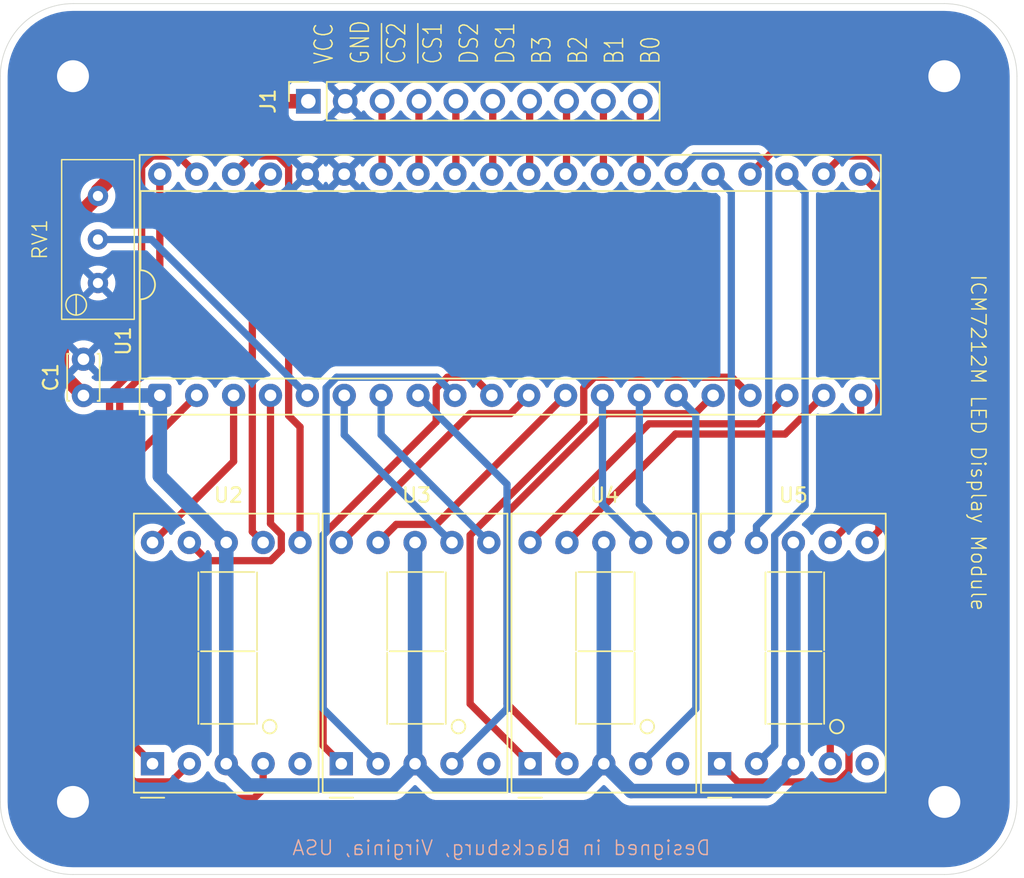
<source format=kicad_pcb>
(kicad_pcb (version 20241229) (generator "pcbnew") (generator_version "9.0")
  (layers (0 "F.Cu" signal) (2 "B.Cu" signal) (13 "F.Paste" user) (15 "B.Paste" user) (5 "F.SilkS" user "F.Silkscreen") (7 "B.SilkS" user "B.Silkscreen") (1 "F.Mask" user) (3 "B.Mask" user) (25 "Edge.Cuts" user))
  (net 0 "")
  (net 1 "VCC")
  (net 2 "GND")
  (net 3 "Net-(J1-Pin_3)")
  (net 4 "Net-(J1-Pin_6)")
  (net 5 "Net-(J1-Pin_8)")
  (net 6 "Net-(J1-Pin_7)")
  (net 7 "Net-(J1-Pin_4)")
  (net 8 "Net-(J1-Pin_9)")
  (net 9 "Net-(J1-Pin_5)")
  (net 10 "Net-(J1-Pin_10)")
  (net 11 "Net-(U1-BRT)")
  (net 12 "Net-(U1-C2)")
  (net 13 "Net-(U1-A2)")
  (net 14 "Net-(U1-D2)")
  (net 15 "Net-(U1-D1)")
  (net 16 "Net-(U1-F1)")
  (net 17 "Net-(U1-E2)")
  (net 18 "Net-(U1-C1)")
  (net 19 "Net-(U1-E3)")
  (net 20 "Net-(U1-A1)")
  (net 21 "Net-(U1-B4)")
  (net 22 "Net-(U1-F2)")
  (net 23 "Net-(U1-G2)")
  (net 24 "Net-(U1-G1)")
  (net 25 "Net-(U1-C3)")
  (net 26 "Net-(U1-E4)")
  (net 27 "Net-(U4-B)")
  (net 28 "Net-(U1-A4)")
  (net 29 "Net-(U1-G4)")
  (net 30 "Net-(U3-B)")
  (net 31 "Net-(U1-G3)")
  (net 32 "Net-(U1-D3)")
  (net 33 "Net-(U1-E1)")
  (net 34 "Net-(U1-D4)")
  (net 35 "Net-(U1-F4)")
  (net 36 "Net-(U1-F3)")
  (net 37 "Net-(U2-B)")
  (net 38 "Net-(U1-C4)")
  (net 39 "Net-(U1-A3)")
  (footprint "Display_7Segment:D1X8K" (layer "F.Cu") (at 136.475 102.1175 90)
    (property "Reference" "U4" (at 18.4975 5.13 180) (layer "F.SilkS"))
    (property "Value" "SM410561N" (hide yes))
    (fp_line (start 17.23 -1.28) (end -1.99 -1.28) (stroke (width 0.12)) (layer "F.SilkS"))
    (fp_line (start 17.23 -1.28) (end 17.23 11.44) (stroke (width 0.12)) (layer "F.SilkS"))
    (fp_line (start -1.99 -1.28) (end -1.99 11.44) (stroke (width 0.12)) (layer "F.SilkS"))
    (fp_line (start -2.34 -0.8) (end -2.34 0.81) (stroke (width 0.12)) (layer "F.SilkS"))
    (fp_line (start 13.1832 3.1594) (end 7.8238 3.1594) (stroke (width 0.12)) (layer "F.SilkS"))
    (fp_line (start 7.646 3.1594) (end 2.7438 3.1594) (stroke (width 0.12)) (layer "F.SilkS"))
    (fp_line (start 13.2086 3.3372) (end 13.2086 7.0202) (stroke (width 0.12)) (layer "F.SilkS"))
    (fp_line (start 7.7476 3.3372) (end 7.7476 7.0202) (stroke (width 0.12)) (layer "F.SilkS"))
    (fp_line (start 2.7438 3.3372) (end 2.7438 7.0202) (stroke (width 0.12)) (layer "F.SilkS"))
    (fp_line (start 13.1832 7.198) (end 7.8238 7.198) (stroke (width 0.12)) (layer "F.SilkS"))
    (fp_line (start 7.646 7.198) (end 2.7438 7.198) (stroke (width 0.12)) (layer "F.SilkS"))
    (fp_line (start 17.23 11.44) (end -1.99 11.44) (stroke (width 0.12)) (layer "F.SilkS"))
    (fp_circle (center 2.557533 8.07) (end 2.836933 7.689) (stroke (width 0.12)) (fill no) (layer "F.SilkS"))
    (pad "1" thru_hole rect (at 0 0) (size 1.6 1.6) (drill 0.8) (layers "*.Cu" "*.Mask") (net 19 "Net-(U1-E3)"))
    (pad "2" thru_hole circle (at 0 2.54) (size 1.6 1.6) (drill 0.8) (layers "*.Cu" "*.Mask") (net 32 "Net-(U1-D3)"))
    (pad "3" thru_hole circle (at 0 5.08) (size 1.6 1.6) (drill 0.8) (layers "*.Cu" "*.Mask") (net 1 "VCC"))
    (pad "4" thru_hole circle (at 0 7.62) (size 1.6 1.6) (drill 0.8) (layers "*.Cu" "*.Mask") (net 25 "Net-(U1-C3)"))
    (pad "5" thru_hole circle (at 0 10.16) (size 1.6 1.6) (drill 0.8) (layers "*.Cu" "*.Mask"))
    (pad "6" thru_hole circle (at 15.24 10.16) (size 1.6 1.6) (drill 0.8) (layers "*.Cu" "*.Mask") (net 27 "Net-(U4-B)"))
    (pad "7" thru_hole circle (at 15.24 7.62) (size 1.6 1.6) (drill 0.8) (layers "*.Cu" "*.Mask") (net 39 "Net-(U1-A3)"))
    (pad "8" thru_hole circle (at 15.24 5.08) (size 1.6 1.6) (drill 0.8) (layers "*.Cu" "*.Mask") (net 1 "VCC"))
    (pad "9" thru_hole circle (at 15.24 2.54) (size 1.6 1.6) (drill 0.8) (layers "*.Cu" "*.Mask") (net 36 "Net-(U1-F3)"))
    (pad "10" thru_hole circle (at 15.24 0) (size 1.6 1.6) (drill 0.8) (layers "*.Cu" "*.Mask") (net 31 "Net-(U1-G3)"))
  )
  (footprint "MountingHole:MountingHole_2.2mm_M2_DIN965_Pad" (layer "F.Cu") (at 165 104.75)
    (property "Reference" "H4" (hide yes))
    (property "Value" "MountingHole_Pad" (hide yes))
    (pad "1" thru_hole circle (at 0 0) (size 3.8 3.8) (drill 2.2) (layers "*.Cu" "*.Mask") (net 2 "GND"))
  )
  (footprint "Package_DIP:DIP-40_W15.24mm_Socket" (layer "F.Cu") (at 110.98 76.74 90)
    (property "Reference" "U1" (at 3.74 -2.51 90) (layer "F.SilkS"))
    (property "Value" "ICM7212M")
    (fp_line (start 14.08 -1.33) (end 8.62 -1.33) (stroke (width 0.12)) (layer "F.SilkS"))
    (fp_line (start 6.62 -1.33) (end 1.16 -1.33) (stroke (width 0.12)) (layer "F.SilkS"))
    (fp_line (start 1.16 -1.33) (end 1.16 49.59) (stroke (width 0.12)) (layer "F.SilkS"))
    (fp_line (start 14.08 49.59) (end 14.08 -1.33) (stroke (width 0.12)) (layer "F.SilkS"))
    (fp_line (start 1.16 49.59) (end 14.08 49.59) (stroke (width 0.12)) (layer "F.SilkS"))
    (fp_rect (start -1.33 -1.39) (end 16.57 49.65) (stroke (width 0.12)) (fill no) (layer "F.SilkS"))
    (fp_arc (start 8.62 -1.33) (mid 7.62 -0.33) (end 6.62 -1.33) (stroke (width 0.12)) (layer "F.SilkS"))
    (pad "1" thru_hole roundrect (at 0 0 90) (size 1.6 1.6) (drill 0.8) (layers "*.Cu" "*.Mask") (roundrect_rratio 0.15625) (net 1 "VCC"))
    (pad "2" thru_hole circle (at 0 2.54 90) (size 1.6 1.6) (drill 0.8) (layers "*.Cu" "*.Mask") (net 33 "Net-(U1-E1)"))
    (pad "3" thru_hole circle (at 0 5.08 90) (size 1.6 1.6) (drill 0.8) (layers "*.Cu" "*.Mask") (net 24 "Net-(U1-G1)"))
    (pad "4" thru_hole circle (at 0 7.62 90) (size 1.6 1.6) (drill 0.8) (layers "*.Cu" "*.Mask") (net 16 "Net-(U1-F1)"))
    (pad "5" thru_hole circle (at 0 10.16 90) (size 1.6 1.6) (drill 0.8) (layers "*.Cu" "*.Mask") (net 11 "Net-(U1-BRT)"))
    (pad "6" thru_hole circle (at 0 12.7 90) (size 1.6 1.6) (drill 0.8) (layers "*.Cu" "*.Mask") (net 13 "Net-(U1-A2)"))
    (pad "7" thru_hole circle (at 0 15.24 90) (size 1.6 1.6) (drill 0.8) (layers "*.Cu" "*.Mask") (net 30 "Net-(U3-B)"))
    (pad "8" thru_hole circle (at 0 17.78 90) (size 1.6 1.6) (drill 0.8) (layers "*.Cu" "*.Mask") (net 12 "Net-(U1-C2)"))
    (pad "9" thru_hole circle (at 0 20.32 90) (size 1.6 1.6) (drill 0.8) (layers "*.Cu" "*.Mask") (net 14 "Net-(U1-D2)"))
    (pad "10" thru_hole circle (at 0 22.86 90) (size 1.6 1.6) (drill 0.8) (layers "*.Cu" "*.Mask") (net 17 "Net-(U1-E2)"))
    (pad "11" thru_hole circle (at 0 25.4 90) (size 1.6 1.6) (drill 0.8) (layers "*.Cu" "*.Mask") (net 23 "Net-(U1-G2)"))
    (pad "12" thru_hole circle (at 0 27.94 90) (size 1.6 1.6) (drill 0.8) (layers "*.Cu" "*.Mask") (net 22 "Net-(U1-F2)"))
    (pad "13" thru_hole circle (at 0 30.48 90) (size 1.6 1.6) (drill 0.8) (layers "*.Cu" "*.Mask") (net 39 "Net-(U1-A3)"))
    (pad "14" thru_hole circle (at 0 33.02 90) (size 1.6 1.6) (drill 0.8) (layers "*.Cu" "*.Mask") (net 27 "Net-(U4-B)"))
    (pad "15" thru_hole circle (at 0 35.56 90) (size 1.6 1.6) (drill 0.8) (layers "*.Cu" "*.Mask") (net 25 "Net-(U1-C3)"))
    (pad "16" thru_hole circle (at 0 38.1 90) (size 1.6 1.6) (drill 0.8) (layers "*.Cu" "*.Mask") (net 32 "Net-(U1-D3)"))
    (pad "17" thru_hole circle (at 0 40.64 90) (size 1.6 1.6) (drill 0.8) (layers "*.Cu" "*.Mask") (net 19 "Net-(U1-E3)"))
    (pad "18" thru_hole circle (at 0 43.18 90) (size 1.6 1.6) (drill 0.8) (layers "*.Cu" "*.Mask") (net 31 "Net-(U1-G3)"))
    (pad "19" thru_hole circle (at 0 45.72 90) (size 1.6 1.6) (drill 0.8) (layers "*.Cu" "*.Mask") (net 36 "Net-(U1-F3)"))
    (pad "20" thru_hole circle (at 0 48.26 90) (size 1.6 1.6) (drill 0.8) (layers "*.Cu" "*.Mask") (net 28 "Net-(U1-A4)"))
    (pad "21" thru_hole circle (at 15.24 48.26 90) (size 1.6 1.6) (drill 0.8) (layers "*.Cu" "*.Mask") (net 21 "Net-(U1-B4)"))
    (pad "22" thru_hole circle (at 15.24 45.72 90) (size 1.6 1.6) (drill 0.8) (layers "*.Cu" "*.Mask") (net 38 "Net-(U1-C4)"))
    (pad "23" thru_hole circle (at 15.24 43.18 90) (size 1.6 1.6) (drill 0.8) (layers "*.Cu" "*.Mask") (net 34 "Net-(U1-D4)"))
    (pad "24" thru_hole circle (at 15.24 40.64 90) (size 1.6 1.6) (drill 0.8) (layers "*.Cu" "*.Mask") (net 26 "Net-(U1-E4)"))
    (pad "25" thru_hole circle (at 15.24 38.1 90) (size 1.6 1.6) (drill 0.8) (layers "*.Cu" "*.Mask") (net 29 "Net-(U1-G4)"))
    (pad "26" thru_hole circle (at 15.24 35.56 90) (size 1.6 1.6) (drill 0.8) (layers "*.Cu" "*.Mask") (net 35 "Net-(U1-F4)"))
    (pad "27" thru_hole circle (at 15.24 33.02 90) (size 1.6 1.6) (drill 0.8) (layers "*.Cu" "*.Mask") (net 10 "Net-(J1-Pin_10)"))
    (pad "28" thru_hole circle (at 15.24 30.48 90) (size 1.6 1.6) (drill 0.8) (layers "*.Cu" "*.Mask") (net 8 "Net-(J1-Pin_9)"))
    (pad "29" thru_hole circle (at 15.24 27.94 90) (size 1.6 1.6) (drill 0.8) (layers "*.Cu" "*.Mask") (net 5 "Net-(J1-Pin_8)"))
    (pad "30" thru_hole circle (at 15.24 25.4 90) (size 1.6 1.6) (drill 0.8) (layers "*.Cu" "*.Mask") (net 6 "Net-(J1-Pin_7)"))
    (pad "31" thru_hole circle (at 15.24 22.86 90) (size 1.6 1.6) (drill 0.8) (layers "*.Cu" "*.Mask") (net 4 "Net-(J1-Pin_6)"))
    (pad "32" thru_hole circle (at 15.24 20.32 90) (size 1.6 1.6) (drill 0.8) (layers "*.Cu" "*.Mask") (net 9 "Net-(J1-Pin_5)"))
    (pad "33" thru_hole circle (at 15.24 17.78 90) (size 1.6 1.6) (drill 0.8) (layers "*.Cu" "*.Mask") (net 7 "Net-(J1-Pin_4)"))
    (pad "34" thru_hole circle (at 15.24 15.24 90) (size 1.6 1.6) (drill 0.8) (layers "*.Cu" "*.Mask") (net 3 "Net-(J1-Pin_3)"))
    (pad "35" thru_hole circle (at 15.24 12.7 90) (size 1.6 1.6) (drill 0.8) (layers "*.Cu" "*.Mask") (net 2 "GND"))
    (pad "36" thru_hole circle (at 15.24 10.16 90) (size 1.6 1.6) (drill 0.8) (layers "*.Cu" "*.Mask") (net 2 "GND"))
    (pad "37" thru_hole circle (at 15.24 7.62 90) (size 1.6 1.6) (drill 0.8) (layers "*.Cu" "*.Mask") (net 20 "Net-(U1-A1)"))
    (pad "38" thru_hole circle (at 15.24 5.08 90) (size 1.6 1.6) (drill 0.8) (layers "*.Cu" "*.Mask") (net 37 "Net-(U2-B)"))
    (pad "39" thru_hole circle (at 15.24 2.54 90) (size 1.6 1.6) (drill 0.8) (layers "*.Cu" "*.Mask") (net 18 "Net-(U1-C1)"))
    (pad "40" thru_hole circle (at 15.24 0 90) (size 1.6 1.6) (drill 0.8) (layers "*.Cu" "*.Mask") (net 15 "Net-(U1-D1)"))
  )
  (footprint "MountingHole:MountingHole_2.2mm_M2_DIN965_Pad" (layer "F.Cu") (at 165 54.75)
    (property "Reference" "H2" (hide yes))
    (property "Value" "MountingHole_Pad" (hide yes))
    (pad "1" thru_hole circle (at 0 0) (size 3.8 3.8) (drill 2.2) (layers "*.Cu" "*.Mask") (net 2 "GND"))
  )
  (footprint "icm7212m-display:Bochen-3296-Trim-Pot" (layer "F.Cu") (at 106.72 66 180)
    (property "Reference" "RV1" (at 4 0 90) (layer "F.SilkS") (effects (font (thickness 0.1))))
    (property "Value" "5K" (hide yes))
    (fp_line (start 1.5 -5.207107) (end 1.5 -3.792893) (stroke (width 0.1)) (layer "F.SilkS"))
    (fp_rect (start -2.5 -5.5) (end 2.5 5.5) (stroke (width 0.1)) (fill no) (layer "F.SilkS"))
    (fp_circle (center 1.5 -4.5) (end 2 -4) (stroke (width 0.1)) (fill no) (layer "F.SilkS"))
    (pad "1" thru_hole circle (at 0 -3 180) (size 1.4 1.4) (drill 0.7) (layers "*.Cu" "*.Mask") (net 2 "GND"))
    (pad "2" thru_hole circle (at 0 0 180) (size 1.4 1.4) (drill 0.7) (layers "*.Cu" "*.Mask") (net 11 "Net-(U1-BRT)"))
    (pad "3" thru_hole circle (at 0 3 180) (size 1.4 1.4) (drill 0.7) (layers "*.Cu" "*.Mask") (net 1 "VCC"))
  )
  (footprint "Display_7Segment:D1X8K" (layer "F.Cu") (at 110.475 102.1175 90)
    (property "Reference" "U2" (at 18.4975 5.23 180) (layer "F.SilkS"))
    (property "Value" "SM410561N" (hide yes))
    (fp_line (start 17.23 -1.28) (end -1.99 -1.28) (stroke (width 0.12)) (layer "F.SilkS"))
    (fp_line (start 17.23 -1.28) (end 17.23 11.44) (stroke (width 0.12)) (layer "F.SilkS"))
    (fp_line (start -1.99 -1.28) (end -1.99 11.44) (stroke (width 0.12)) (layer "F.SilkS"))
    (fp_line (start -2.34 -0.8) (end -2.34 0.81) (stroke (width 0.12)) (layer "F.SilkS"))
    (fp_line (start 13.1832 3.1594) (end 7.8238 3.1594) (stroke (width 0.12)) (layer "F.SilkS"))
    (fp_line (start 7.646 3.1594) (end 2.7438 3.1594) (stroke (width 0.12)) (layer "F.SilkS"))
    (fp_line (start 13.2086 3.3372) (end 13.2086 7.0202) (stroke (width 0.12)) (layer "F.SilkS"))
    (fp_line (start 7.7476 3.3372) (end 7.7476 7.0202) (stroke (width 0.12)) (layer "F.SilkS"))
    (fp_line (start 2.7438 3.3372) (end 2.7438 7.0202) (stroke (width 0.12)) (layer "F.SilkS"))
    (fp_line (start 13.1832 7.198) (end 7.8238 7.198) (stroke (width 0.12)) (layer "F.SilkS"))
    (fp_line (start 7.646 7.198) (end 2.7438 7.198) (stroke (width 0.12)) (layer "F.SilkS"))
    (fp_line (start 17.23 11.44) (end -1.99 11.44) (stroke (width 0.12)) (layer "F.SilkS"))
    (fp_circle (center 2.557533 8.07) (end 2.836933 7.689) (stroke (width 0.12)) (fill no) (layer "F.SilkS"))
    (pad "1" thru_hole rect (at 0 0) (size 1.6 1.6) (drill 0.8) (layers "*.Cu" "*.Mask") (net 33 "Net-(U1-E1)"))
    (pad "2" thru_hole circle (at 0 2.54) (size 1.6 1.6) (drill 0.8) (layers "*.Cu" "*.Mask") (net 15 "Net-(U1-D1)"))
    (pad "3" thru_hole circle (at 0 5.08) (size 1.6 1.6) (drill 0.8) (layers "*.Cu" "*.Mask") (net 1 "VCC"))
    (pad "4" thru_hole circle (at 0 7.62) (size 1.6 1.6) (drill 0.8) (layers "*.Cu" "*.Mask") (net 18 "Net-(U1-C1)"))
    (pad "5" thru_hole circle (at 0 10.16) (size 1.6 1.6) (drill 0.8) (layers "*.Cu" "*.Mask"))
    (pad "6" thru_hole circle (at 15.24 10.16) (size 1.6 1.6) (drill 0.8) (layers "*.Cu" "*.Mask") (net 37 "Net-(U2-B)"))
    (pad "7" thru_hole circle (at 15.24 7.62) (size 1.6 1.6) (drill 0.8) (layers "*.Cu" "*.Mask") (net 20 "Net-(U1-A1)"))
    (pad "8" thru_hole circle (at 15.24 5.08) (size 1.6 1.6) (drill 0.8) (layers "*.Cu" "*.Mask") (net 1 "VCC"))
    (pad "9" thru_hole circle (at 15.24 2.54) (size 1.6 1.6) (drill 0.8) (layers "*.Cu" "*.Mask") (net 16 "Net-(U1-F1)"))
    (pad "10" thru_hole circle (at 15.24 0) (size 1.6 1.6) (drill 0.8) (layers "*.Cu" "*.Mask") (net 24 "Net-(U1-G1)"))
  )
  (footprint "Connector_PinSocket_2.54mm:PinSocket_1x10_P2.54mm_Vertical" (layer "F.Cu") (at 121.205 56.475 90)
    (property "Reference" "J1" (at 0 -2.77 90) (layer "F.SilkS"))
    (property "Value" "Conn_01x10_Socket" (hide yes))
    (fp_line (start 1.33 -1.33) (end 1.33 0) (stroke (width 0.12)) (layer "F.SilkS"))
    (fp_line (start 0 -1.33) (end 1.33 -1.33) (stroke (width 0.12)) (layer "F.SilkS"))
    (fp_line (start 1.33 1.27) (end 1.33 24.19) (stroke (width 0.12)) (layer "F.SilkS"))
    (fp_line (start -1.33 1.27) (end 1.33 1.27) (stroke (width 0.12)) (layer "F.SilkS"))
    (fp_line (start -1.33 1.27) (end -1.33 24.19) (stroke (width 0.12)) (layer "F.SilkS"))
    (fp_line (start -1.33 24.19) (end 1.33 24.19) (stroke (width 0.12)) (layer "F.SilkS"))
    (pad "1" thru_hole rect (at 0 0 90) (size 1.7 1.7) (drill 1) (layers "*.Cu" "*.Mask") (net 1 "VCC"))
    (pad "2" thru_hole circle (at 0 2.54 90) (size 1.7 1.7) (drill 1) (layers "*.Cu" "*.Mask") (net 2 "GND"))
    (pad "3" thru_hole circle (at 0 5.08 90) (size 1.7 1.7) (drill 1) (layers "*.Cu" "*.Mask") (net 3 "Net-(J1-Pin_3)"))
    (pad "4" thru_hole circle (at 0 7.62 90) (size 1.7 1.7) (drill 1) (layers "*.Cu" "*.Mask") (net 7 "Net-(J1-Pin_4)"))
    (pad "5" thru_hole circle (at 0 10.16 90) (size 1.7 1.7) (drill 1) (layers "*.Cu" "*.Mask") (net 9 "Net-(J1-Pin_5)"))
    (pad "6" thru_hole circle (at 0 12.7 90) (size 1.7 1.7) (drill 1) (layers "*.Cu" "*.Mask") (net 4 "Net-(J1-Pin_6)"))
    (pad "7" thru_hole circle (at 0 15.24 90) (size 1.7 1.7) (drill 1) (layers "*.Cu" "*.Mask") (net 6 "Net-(J1-Pin_7)"))
    (pad "8" thru_hole circle (at 0 17.78 90) (size 1.7 1.7) (drill 1) (layers "*.Cu" "*.Mask") (net 5 "Net-(J1-Pin_8)"))
    (pad "9" thru_hole circle (at 0 20.32 90) (size 1.7 1.7) (drill 1) (layers "*.Cu" "*.Mask") (net 8 "Net-(J1-Pin_9)"))
    (pad "10" thru_hole circle (at 0 22.86 90) (size 1.7 1.7) (drill 1) (layers "*.Cu" "*.Mask") (net 10 "Net-(J1-Pin_10)"))
  )
  (footprint "MountingHole:MountingHole_2.2mm_M2_DIN965_Pad" (layer "F.Cu") (at 105 54.75)
    (property "Reference" "H1" (hide yes))
    (property "Value" "MountingHole_Pad" (hide yes))
    (pad "1" thru_hole circle (at 0 0) (size 3.8 3.8) (drill 2.2) (layers "*.Cu" "*.Mask") (net 2 "GND"))
  )
  (footprint "Capacitor_THT:C_Disc_D3.0mm_W2.0mm_P2.50mm" (layer "F.Cu") (at 105.72 76.75 90)
    (property "Reference" "C1" (at 1.25 -2.25 90) (layer "F.SilkS"))
    (property "Value" "100 uF" (hide yes))
    (fp_line (start 2.87 -1.12) (end 2.87 -0.972) (stroke (width 0.12)) (layer "F.SilkS"))
    (fp_line (start -0.37 -1.12) (end 2.87 -1.12) (stroke (width 0.12)) (layer "F.SilkS"))
    (fp_line (start -0.37 -1.12) (end -0.37 -0.972) (stroke (width 0.12)) (layer "F.SilkS"))
    (fp_line (start 2.87 0.972) (end 2.87 1.12) (stroke (width 0.12)) (layer "F.SilkS"))
    (fp_line (start -0.37 0.972) (end -0.37 1.12) (stroke (width 0.12)) (layer "F.SilkS"))
    (fp_line (start -0.37 1.12) (end 2.87 1.12) (stroke (width 0.12)) (layer "F.SilkS"))
    (pad "1" thru_hole circle (at 0 0 90) (size 1.6 1.6) (drill 0.8) (layers "*.Cu" "*.Mask") (net 1 "VCC"))
    (pad "2" thru_hole circle (at 2.5 0 90) (size 1.6 1.6) (drill 0.8) (layers "*.Cu" "*.Mask") (net 2 "GND"))
  )
  (footprint "Display_7Segment:D1X8K" (layer "F.Cu") (at 149.525 102.1175 90)
    (property "Reference" "U5" (at 18.4975 5.08 180) (layer "F.SilkS"))
    (property "Value" "SM410561N" (hide yes))
    (fp_line (start 17.23 -1.28) (end -1.99 -1.28) (stroke (width 0.12)) (layer "F.SilkS"))
    (fp_line (start 17.23 -1.28) (end 17.23 11.44) (stroke (width 0.12)) (layer "F.SilkS"))
    (fp_line (start -1.99 -1.28) (end -1.99 11.44) (stroke (width 0.12)) (layer "F.SilkS"))
    (fp_line (start -2.34 -0.8) (end -2.34 0.81) (stroke (width 0.12)) (layer "F.SilkS"))
    (fp_line (start 13.1832 3.1594) (end 7.8238 3.1594) (stroke (width 0.12)) (layer "F.SilkS"))
    (fp_line (start 7.646 3.1594) (end 2.7438 3.1594) (stroke (width 0.12)) (layer "F.SilkS"))
    (fp_line (start 13.2086 3.3372) (end 13.2086 7.0202) (stroke (width 0.12)) (layer "F.SilkS"))
    (fp_line (start 7.7476 3.3372) (end 7.7476 7.0202) (stroke (width 0.12)) (layer "F.SilkS"))
    (fp_line (start 2.7438 3.3372) (end 2.7438 7.0202) (stroke (width 0.12)) (layer "F.SilkS"))
    (fp_line (start 13.1832 7.198) (end 7.8238 7.198) (stroke (width 0.12)) (layer "F.SilkS"))
    (fp_line (start 7.646 7.198) (end 2.7438 7.198) (stroke (width 0.12)) (layer "F.SilkS"))
    (fp_line (start 17.23 11.44) (end -1.99 11.44) (stroke (width 0.12)) (layer "F.SilkS"))
    (fp_circle (center 2.557533 8.07) (end 2.836933 7.689) (stroke (width 0.12)) (fill no) (layer "F.SilkS"))
    (pad "1" thru_hole rect (at 0 0) (size 1.6 1.6) (drill 0.8) (layers "*.Cu" "*.Mask") (net 26 "Net-(U1-E4)"))
    (pad "2" thru_hole circle (at 0 2.54) (size 1.6 1.6) (drill 0.8) (layers "*.Cu" "*.Mask") (net 34 "Net-(U1-D4)"))
    (pad "3" thru_hole circle (at 0 5.08) (size 1.6 1.6) (drill 0.8) (layers "*.Cu" "*.Mask") (net 1 "VCC"))
    (pad "4" thru_hole circle (at 0 7.62) (size 1.6 1.6) (drill 0.8) (layers "*.Cu" "*.Mask") (net 38 "Net-(U1-C4)"))
    (pad "5" thru_hole circle (at 0 10.16) (size 1.6 1.6) (drill 0.8) (layers "*.Cu" "*.Mask"))
    (pad "6" thru_hole circle (at 15.24 10.16) (size 1.6 1.6) (drill 0.8) (layers "*.Cu" "*.Mask") (net 21 "Net-(U1-B4)"))
    (pad "7" thru_hole circle (at 15.24 7.62) (size 1.6 1.6) (drill 0.8) (layers "*.Cu" "*.Mask") (net 28 "Net-(U1-A4)"))
    (pad "8" thru_hole circle (at 15.24 5.08) (size 1.6 1.6) (drill 0.8) (layers "*.Cu" "*.Mask") (net 1 "VCC"))
    (pad "9" thru_hole circle (at 15.24 2.54) (size 1.6 1.6) (drill 0.8) (layers "*.Cu" "*.Mask") (net 35 "Net-(U1-F4)"))
    (pad "10" thru_hole circle (at 15.24 0) (size 1.6 1.6) (drill 0.8) (layers "*.Cu" "*.Mask") (net 29 "Net-(U1-G4)"))
  )
  (footprint "MountingHole:MountingHole_2.2mm_M2_DIN965_Pad" (layer "F.Cu") (at 105 104.75)
    (property "Reference" "H3" (hide yes))
    (property "Value" "MountingHole_Pad" (hide yes))
    (pad "1" thru_hole circle (at 0 0) (size 3.8 3.8) (drill 2.2) (layers "*.Cu" "*.Mask") (net 2 "GND"))
  )
  (footprint "Display_7Segment:D1X8K" (layer "F.Cu") (at 123.475 102.1175 90)
    (property "Reference" "U3" (at 18.4975 5.18 180) (layer "F.SilkS"))
    (property "Value" "SM410561N" (hide yes))
    (fp_line (start 17.23 -1.28) (end -1.99 -1.28) (stroke (width 0.12)) (layer "F.SilkS"))
    (fp_line (start 17.23 -1.28) (end 17.23 11.44) (stroke (width 0.12)) (layer "F.SilkS"))
    (fp_line (start -1.99 -1.28) (end -1.99 11.44) (stroke (width 0.12)) (layer "F.SilkS"))
    (fp_line (start -2.34 -0.8) (end -2.34 0.81) (stroke (width 0.12)) (layer "F.SilkS"))
    (fp_line (start 13.1832 3.1594) (end 7.8238 3.1594) (stroke (width 0.12)) (layer "F.SilkS"))
    (fp_line (start 7.646 3.1594) (end 2.7438 3.1594) (stroke (width 0.12)) (layer "F.SilkS"))
    (fp_line (start 13.2086 3.3372) (end 13.2086 7.0202) (stroke (width 0.12)) (layer "F.SilkS"))
    (fp_line (start 7.7476 3.3372) (end 7.7476 7.0202) (stroke (width 0.12)) (layer "F.SilkS"))
    (fp_line (start 2.7438 3.3372) (end 2.7438 7.0202) (stroke (width 0.12)) (layer "F.SilkS"))
    (fp_line (start 13.1832 7.198) (end 7.8238 7.198) (stroke (width 0.12)) (layer "F.SilkS"))
    (fp_line (start 7.646 7.198) (end 2.7438 7.198) (stroke (width 0.12)) (layer "F.SilkS"))
    (fp_line (start 17.23 11.44) (end -1.99 11.44) (stroke (width 0.12)) (layer "F.SilkS"))
    (fp_circle (center 2.557533 8.07) (end 2.836933 7.689) (stroke (width 0.12)) (fill no) (layer "F.SilkS"))
    (pad "1" thru_hole rect (at 0 0) (size 1.6 1.6) (drill 0.8) (layers "*.Cu" "*.Mask") (net 17 "Net-(U1-E2)"))
    (pad "2" thru_hole circle (at 0 2.54) (size 1.6 1.6) (drill 0.8) (layers "*.Cu" "*.Mask") (net 14 "Net-(U1-D2)"))
    (pad "3" thru_hole circle (at 0 5.08) (size 1.6 1.6) (drill 0.8) (layers "*.Cu" "*.Mask") (net 1 "VCC"))
    (pad "4" thru_hole circle (at 0 7.62) (size 1.6 1.6) (drill 0.8) (layers "*.Cu" "*.Mask") (net 12 "Net-(U1-C2)"))
    (pad "5" thru_hole circle (at 0 10.16) (size 1.6 1.6) (drill 0.8) (layers "*.Cu" "*.Mask"))
    (pad "6" thru_hole circle (at 15.24 10.16) (size 1.6 1.6) (drill 0.8) (layers "*.Cu" "*.Mask") (net 30 "Net-(U3-B)"))
    (pad "7" thru_hole circle (at 15.24 7.62) (size 1.6 1.6) (drill 0.8) (layers "*.Cu" "*.Mask") (net 13 "Net-(U1-A2)"))
    (pad "8" thru_hole circle (at 15.24 5.08) (size 1.6 1.6) (drill 0.8) (layers "*.Cu" "*.Mask") (net 1 "VCC"))
    (pad "9" thru_hole circle (at 15.24 2.54) (size 1.6 1.6) (drill 0.8) (layers "*.Cu" "*.Mask") (net 22 "Net-(U1-F2)"))
    (pad "10" thru_hole circle (at 15.24 0) (size 1.6 1.6) (drill 0.8) (layers "*.Cu" "*.Mask") (net 23 "Net-(U1-G2)"))
  )
  (gr_arc (start 165 49.75) (mid 168.535534 51.214466) (end 170 54.75) (stroke (width 0.05)) (layer "Edge.Cuts"))
  (gr_arc (start 170 104.75) (mid 168.535534 108.285534) (end 165 109.75) (stroke (width 0.05)) (layer "Edge.Cuts"))
  (gr_line (start 165 109.75) (end 105 109.75) (stroke (width 0.05)) (layer "Edge.Cuts"))
  (gr_line (start 105 49.75) (end 165 49.75) (stroke (width 0.05)) (layer "Edge.Cuts"))
  (gr_arc (start 105 109.75) (mid 101.464466 108.285534) (end 100 104.75) (stroke (width 0.05)) (layer "Edge.Cuts"))
  (gr_line (start 100 54.75) (end 100 104.75) (stroke (width 0.05)) (layer "Edge.Cuts"))
  (gr_arc (start 100 54.75) (mid 101.464466 51.214466) (end 105 49.75) (stroke (width 0.05)) (layer "Edge.Cuts"))
  (gr_line (start 170 54.75) (end 170 104.75) (stroke (width 0.05)) (layer "Edge.Cuts"))
  (gr_text "B3" (at 138 54 90) (layer "F.SilkS") (effects (font (size 1.25 1) (thickness 0.1)) (justify left bottom)))
  (gr_text "~{CS2}" (at 128 54 90) (layer "F.SilkS") (effects (font (size 1.25 1) (thickness 0.1)) (justify left bottom)))
  (gr_text "DS1" (at 135.5 54 90) (layer "F.SilkS") (effects (font (size 1.25 1) (thickness 0.1)) (justify left bottom)))
  (gr_text "B0" (at 145.5 54 90) (layer "F.SilkS") (effects (font (size 1.25 1) (thickness 0.1)) (justify left bottom)))
  (gr_text "GND" (at 125.5 54 90) (layer "F.SilkS") (effects (font (size 1.25 1) (thickness 0.1)) (justify left bottom)))
  (gr_text "ICM7212M LED Display Module" (at 166.75 80 270) (layer "F.SilkS") (effects (font (size 1 1) (thickness 0.1)) (justify bottom)))
  (gr_text "DS2" (at 133 54 90) (layer "F.SilkS") (effects (font (size 1.25 1) (thickness 0.1)) (justify left bottom)))
  (gr_text "B1" (at 143 54 90) (layer "F.SilkS") (effects (font (size 1.25 1) (thickness 0.1)) (justify left bottom)))
  (gr_text "VCC" (at 123 54 90) (layer "F.SilkS") (effects (font (size 1.25 1) (thickness 0.1)) (justify left bottom)))
  (gr_text "B2" (at 140.5 54 90) (layer "F.SilkS") (effects (font (size 1.25 1) (thickness 0.1)) (justify left bottom)))
  (gr_text "~{CS1}" (at 130.5 54 90) (layer "F.SilkS") (effects (font (size 1.25 1) (thickness 0.1)) (justify left bottom)))
  (gr_text "Designed in Blacksburg, Virginia, USA" (at 134.5 108.5 0) (layer "B.SilkS") (effects (font (size 1 1) (thickness 0.1)) (justify bottom mirror)))
  (segment (start 104.219 75.249) (end 105.72 76.75) (width 1) (layer "F.Cu") (net 1))
  (segment (start 106.72 62.645901) (end 106.72 63) (width 1) (layer "F.Cu") (net 1))
  (segment (start 112.890901 56.475) (end 106.72 62.645901) (width 1) (layer "F.Cu") (net 1))
  (segment (start 104.219 65.501) (end 104.219 75.249) (width 1) (layer "F.Cu") (net 1))
  (segment (start 121.205 56.475) (end 112.890901 56.475) (width 1) (layer "F.Cu") (net 1))
  (segment (start 106.72 63) (end 104.219 65.501) (width 1) (layer "F.Cu") (net 1))
  (segment (start 127.94625 102.72625) (end 127.054 103.6185) (width 1) (layer "B.Cu") (net 1))
  (segment (start 110.97 76.75) (end 110.98 76.74) (width 1) (layer "B.Cu") (net 1))
  (segment (start 110.98 76.74) (end 110.98 82.3025) (width 1) (layer "B.Cu") (net 1))
  (segment (start 154.605 102.1175) (end 154.605 86.8775) (width 1) (layer "B.Cu") (net 1))
  (segment (start 152.7225 104) (end 143.4375 104) (width 1) (layer "B.Cu") (net 1))
  (segment (start 110.98 82.3025) (end 115.555 86.8775) (width 1) (layer "B.Cu") (net 1))
  (segment (start 141.555 102.1175) (end 141.555 86.8775) (width 1) (layer "B.Cu") (net 1))
  (segment (start 141.555 102.1175) (end 140.054 103.6185) (width 1) (layer "B.Cu") (net 1))
  (segment (start 117.056 103.6185) (end 115.555 102.1175) (width 1) (layer "B.Cu") (net 1))
  (segment (start 128.555 102.1175) (end 128.555 86.8775) (width 1) (layer "B.Cu") (net 1))
  (segment (start 105.72 76.75) (end 110.97 76.75) (width 1) (layer "B.Cu") (net 1))
  (segment (start 127.94625 102.72625) (end 128.555 102.1175) (width 1) (layer "B.Cu") (net 1))
  (segment (start 127.054 103.6185) (end 117.056 103.6185) (width 1) (layer "B.Cu") (net 1))
  (segment (start 154.605 102.1175) (end 152.7225 104) (width 1) (layer "B.Cu") (net 1))
  (segment (start 115.555 102.1175) (end 115.555 86.8775) (width 1) (layer "B.Cu") (net 1))
  (segment (start 140.054 103.6185) (end 130.056 103.6185) (width 1) (layer "B.Cu") (net 1))
  (segment (start 130.056 103.6185) (end 128.555 102.1175) (width 1) (layer "B.Cu") (net 1))
  (segment (start 143.4375 104) (end 141.555 102.1175) (width 1) (layer "B.Cu") (net 1))
  (segment (start 126.285 61.435) (end 126.22 61.5) (width 0.5) (layer "F.Cu") (net 3))
  (segment (start 126.285 56.475) (end 126.285 61.435) (width 0.5) (layer "F.Cu") (net 3))
  (segment (start 133.905 61.435) (end 133.84 61.5) (width 0.5) (layer "F.Cu") (net 4))
  (segment (start 133.905 56.475) (end 133.905 61.435) (width 0.5) (layer "F.Cu") (net 4))
  (segment (start 138.985 61.435) (end 138.92 61.5) (width 0.5) (layer "F.Cu") (net 5))
  (segment (start 138.985 56.475) (end 138.985 61.435) (width 0.5) (layer "F.Cu") (net 5))
  (segment (start 136.445 61.435) (end 136.38 61.5) (width 0.5) (layer "F.Cu") (net 6))
  (segment (start 136.445 56.475) (end 136.445 61.435) (width 0.5) (layer "F.Cu") (net 6))
  (segment (start 128.825 56.475) (end 128.825 61.435) (width 0.5) (layer "F.Cu") (net 7))
  (segment (start 128.825 61.435) (end 128.76 61.5) (width 0.5) (layer "F.Cu") (net 7))
  (segment (start 141.525 61.435) (end 141.46 61.5) (width 0.5) (layer "F.Cu") (net 8))
  (segment (start 141.525 56.475) (end 141.525 61.435) (width 0.5) (layer "F.Cu") (net 8))
  (segment (start 131.365 61.435) (end 131.3 61.5) (width 0.5) (layer "F.Cu") (net 9))
  (segment (start 131.365 56.475) (end 131.365 61.435) (width 0.5) (layer "F.Cu") (net 9))
  (segment (start 144.065 61.435) (end 144 61.5) (width 0.5) (layer "F.Cu") (net 10))
  (segment (start 144.065 56.475) (end 144.065 61.435) (width 0.5) (layer "F.Cu") (net 10))
  (segment (start 110.4 66) (end 121.14 76.74) (width 0.5) (layer "B.Cu") (net 11))
  (segment (start 106.72 66) (end 110.4 66) (width 0.5) (layer "B.Cu") (net 11))
  (segment (start 134.886 98.3265) (end 131.095 102.1175) (width 0.5) (layer "B.Cu") (net 12))
  (segment (start 128.76 76.74) (end 134.886 82.866) (width 0.5) (layer "B.Cu") (net 12))
  (segment (start 134.886 82.866) (end 134.886 98.3265) (width 0.5) (layer "B.Cu") (net 12))
  (segment (start 123.68 79.4625) (end 131.095 86.8775) (width 0.5) (layer "B.Cu") (net 13))
  (segment (start 123.68 76.74) (end 123.68 79.4625) (width 0.5) (layer "B.Cu") (net 13))
  (segment (start 123.161818 75.489) (end 122.429 76.221818) (width 0.5) (layer "B.Cu") (net 14))
  (segment (start 130.049 75.489) (end 123.161818 75.489) (width 0.5) (layer "B.Cu") (net 14))
  (segment (start 131.3 76.74) (end 130.049 75.489) (width 0.5) (layer "B.Cu") (net 14))
  (segment (start 122.429 86.154318) (end 122.22 86.363318) (width 0.5) (layer "B.Cu") (net 14))
  (segment (start 122.22 86.363318) (end 122.22 98.3225) (width 0.5) (layer "B.Cu") (net 14))
  (segment (start 122.429 76.221818) (end 122.429 86.154318) (width 0.5) (layer "B.Cu") (net 14))
  (segment (start 122.22 98.3225) (end 126.015 102.1175) (width 0.5) (layer "B.Cu") (net 14))
  (segment (start 108.22 102.3645) (end 109.224 103.3685) (width 0.5) (layer "F.Cu") (net 15))
  (segment (start 110.98 74.162) (end 108.22 76.922) (width 0.5) (layer "F.Cu") (net 15))
  (segment (start 110.98 61.5) (end 110.98 74.162) (width 0.5) (layer "F.Cu") (net 15))
  (segment (start 111.764 103.3685) (end 113.015 102.1175) (width 0.5) (layer "F.Cu") (net 15))
  (segment (start 109.224 103.3685) (end 111.764 103.3685) (width 0.5) (layer "F.Cu") (net 15))
  (segment (start 108.22 76.922) (end 108.22 102.3645) (width 0.5) (layer "F.Cu") (net 15))
  (segment (start 114.266 88.1285) (end 113.015 86.8775) (width 0.5) (layer "F.Cu") (net 16))
  (segment (start 119.346 86.321318) (end 119.346 87.395682) (width 0.5) (layer "F.Cu") (net 16))
  (segment (start 119.346 87.395682) (end 118.613182 88.1285) (width 0.5) (layer "F.Cu") (net 16))
  (segment (start 118.6 85.575318) (end 119.346 86.321318) (width 0.5) (layer "F.Cu") (net 16))
  (segment (start 118.613182 88.1285) (end 114.266 88.1285) (width 0.5) (layer "F.Cu") (net 16))
  (segment (start 118.6 76.74) (end 118.6 85.575318) (width 0.5) (layer "F.Cu") (net 16))
  (segment (start 122.224 100.8665) (end 123.475 102.1175) (width 0.5) (layer "F.Cu") (net 17))
  (segment (start 130.781818 75.489) (end 130.011 76.259818) (width 0.5) (layer "F.Cu") (net 17))
  (segment (start 130.011 78.572318) (end 122.224 86.359318) (width 0.5) (layer "F.Cu") (net 17))
  (segment (start 130.011 76.259818) (end 130.011 78.572318) (width 0.5) (layer "F.Cu") (net 17))
  (segment (start 122.224 86.359318) (end 122.224 100.8665) (width 0.5) (layer "F.Cu") (net 17))
  (segment (start 133.84 76.74) (end 132.589 75.489) (width 0.5) (layer "F.Cu") (net 17))
  (segment (start 132.589 75.489) (end 130.781818 75.489) (width 0.5) (layer "F.Cu") (net 17))
  (segment (start 112.269 60.249) (end 110.461818 60.249) (width 0.5) (layer "F.Cu") (net 18))
  (segment (start 109.729 60.981818) (end 109.729 74.421636) (width 0.5) (layer "F.Cu") (net 18))
  (segment (start 107.519 102.799) (end 109.22 104.5) (width 0.5) (layer "F.Cu") (net 18))
  (segment (start 113.52 61.5) (end 112.269 60.249) (width 0.5) (layer "F.Cu") (net 18))
  (segment (start 109.729 74.421636) (end 107.519 76.631636) (width 0.5) (layer "F.Cu") (net 18))
  (segment (start 118.095 103.875) (end 118.095 102.1175) (width 0.5) (layer "F.Cu") (net 18))
  (segment (start 117.47 104.5) (end 118.095 103.875) (width 0.5) (layer "F.Cu") (net 18))
  (segment (start 107.519 76.631636) (end 107.519 102.799) (width 0.5) (layer "F.Cu") (net 18))
  (segment (start 110.461818 60.249) (end 109.729 60.981818) (width 0.5) (layer "F.Cu") (net 18))
  (segment (start 109.22 104.5) (end 117.47 104.5) (width 0.5) (layer "F.Cu") (net 18))
  (segment (start 140.171 78.549) (end 132.346 86.374) (width 0.5) (layer "F.Cu") (net 19))
  (segment (start 140.903818 75.489) (end 140.171 76.221818) (width 0.5) (layer "F.Cu") (net 19))
  (segment (start 150.369 75.489) (end 140.903818 75.489) (width 0.5) (layer "F.Cu") (net 19))
  (segment (start 132.346 97.9885) (end 136.475 102.1175) (width 0.5) (layer "F.Cu") (net 19))
  (segment (start 140.171 76.221818) (end 140.171 78.549) (width 0.5) (layer "F.Cu") (net 19))
  (segment (start 151.62 76.74) (end 150.369 75.489) (width 0.5) (layer "F.Cu") (net 19))
  (segment (start 132.346 86.374) (end 132.346 97.9885) (width 0.5) (layer "F.Cu") (net 19))
  (segment (start 117.349 62.751) (end 117.349 86.1315) (width 0.5) (layer "F.Cu") (net 20))
  (segment (start 118.6 61.5) (end 117.349 62.751) (width 0.5) (layer "F.Cu") (net 20))
  (segment (start 117.349 86.1315) (end 118.095 86.8775) (width 0.5) (layer "F.Cu") (net 20))
  (segment (start 160.491 86.0715) (end 159.685 86.8775) (width 0.5) (layer "F.Cu") (net 21))
  (segment (start 160.491 62.751) (end 160.491 86.0715) (width 0.5) (layer "F.Cu") (net 21))
  (segment (start 159.24 61.5) (end 160.491 62.751) (width 0.5) (layer "F.Cu") (net 21))
  (segment (start 138.92 76.74) (end 130.0335 85.6265) (width 0.5) (layer "F.Cu") (net 22))
  (segment (start 130.0335 85.6265) (end 127.266 85.6265) (width 0.5) (layer "F.Cu") (net 22))
  (segment (start 127.266 85.6265) (end 126.015 86.8775) (width 0.5) (layer "F.Cu") (net 22))
  (segment (start 135.12 78) (end 132.3525 78) (width 0.5) (layer "F.Cu") (net 23))
  (segment (start 132.3525 78) (end 123.475 86.8775) (width 0.5) (layer "F.Cu") (net 23))
  (segment (start 136.38 76.74) (end 135.12 78) (width 0.5) (layer "F.Cu") (net 23))
  (segment (start 116.06 76.74) (end 116.06 81.2925) (width 0.5) (layer "F.Cu") (net 24))
  (segment (start 116.06 81.2925) (end 110.475 86.8775) (width 0.5) (layer "F.Cu") (net 24))
  (segment (start 147.886 98.3265) (end 144.095 102.1175) (width 0.5) (layer "B.Cu") (net 25))
  (segment (start 147.886 78.086) (end 147.886 98.3265) (width 0.5) (layer "B.Cu") (net 25))
  (segment (start 146.54 76.74) (end 147.886 78.086) (width 0.5) (layer "B.Cu") (net 25))
  (segment (start 150.776 103.3685) (end 149.525 102.1175) (width 0.5) (layer "F.Cu") (net 26))
  (segment (start 162.72 90.5) (end 158.434 94.786) (width 0.5) (layer "F.Cu") (net 26))
  (segment (start 162.72 62.219454) (end 162.72 90.5) (width 0.5) (layer "F.Cu") (net 26))
  (segment (start 158.434 94.786) (end 158.434 102.597682) (width 0.5) (layer "F.Cu") (net 26))
  (segment (start 151.62 61.5) (end 153.572 59.548) (width 0.5) (layer "F.Cu") (net 26))
  (segment (start 160.048546 59.548) (end 162.72 62.219454) (width 0.5) (layer "F.Cu") (net 26))
  (segment (start 157.663182 103.3685) (end 150.776 103.3685) (width 0.5) (layer "F.Cu") (net 26))
  (segment (start 158.434 102.597682) (end 157.663182 103.3685) (width 0.5) (layer "F.Cu") (net 26))
  (segment (start 153.572 59.548) (end 160.048546 59.548) (width 0.5) (layer "F.Cu") (net 26))
  (segment (start 144 84.2425) (end 146.635 86.8775) (width 0.5) (layer "B.Cu") (net 27))
  (segment (start 144 76.74) (end 144 84.2425) (width 0.5) (layer "B.Cu") (net 27))
  (segment (start 159.24 76.74) (end 159.24 84.7825) (width 0.5) (layer "F.Cu") (net 28))
  (segment (start 159.24 84.7825) (end 157.145 86.8775) (width 0.5) (layer "F.Cu") (net 28))
  (segment (start 150.331 62.751) (end 150.331 86.0715) (width 0.5) (layer "B.Cu") (net 29))
  (segment (start 149.08 61.5) (end 150.331 62.751) (width 0.5) (layer "B.Cu") (net 29))
  (segment (start 150.331 86.0715) (end 149.525 86.8775) (width 0.5) (layer "B.Cu") (net 29))
  (segment (start 126.22 79.4625) (end 133.635 86.8775) (width 0.5) (layer "B.Cu") (net 30))
  (segment (start 126.22 76.74) (end 126.22 79.4625) (width 0.5) (layer "B.Cu") (net 30))
  (segment (start 154.16 76.74) (end 152.199 78.701) (width 0.5) (layer "F.Cu") (net 31))
  (segment (start 144.6515 78.701) (end 136.475 86.8775) (width 0.5) (layer "F.Cu") (net 31))
  (segment (start 152.199 78.701) (end 144.6515 78.701) (width 0.5) (layer "F.Cu") (net 31))
  (segment (start 147.82 78) (end 141.72 78) (width 0.5) (layer "F.Cu") (net 32))
  (segment (start 149.08 76.74) (end 147.82 78) (width 0.5) (layer "F.Cu") (net 32))
  (segment (start 134.886 84.834) (end 134.886 97.9885) (width 0.5) (layer "F.Cu") (net 32))
  (segment (start 134.886 97.9885) (end 139.015 102.1175) (width 0.5) (layer "F.Cu") (net 32))
  (segment (start 141.72 78) (end 134.886 84.834) (width 0.5) (layer "F.Cu") (net 32))
  (segment (start 108.921 100.5635) (end 110.475 102.1175) (width 0.5) (layer "F.Cu") (net 33))
  (segment (start 113.52 76.74) (end 108.921 81.339) (width 0.5) (layer "F.Cu") (net 33))
  (segment (start 108.921 81.339) (end 108.921 100.5635) (width 0.5) (layer "F.Cu") (net 33))
  (segment (start 155.411 62.751) (end 155.411 84.302318) (width 0.5) (layer "B.Cu") (net 34))
  (segment (start 153.316 86.397318) (end 153.316 100.8665) (width 0.5) (layer "B.Cu") (net 34))
  (segment (start 155.411 84.302318) (end 153.316 86.397318) (width 0.5) (layer "B.Cu") (net 34))
  (segment (start 153.316 100.8665) (end 152.065 102.1175) (width 0.5) (layer "B.Cu") (net 34))
  (segment (start 154.16 61.5) (end 155.411 62.751) (width 0.5) (layer "B.Cu") (net 34))
  (segment (start 152.909 84.90213) (end 152.065 85.74613) (width 0.5) (layer "B.Cu") (net 35))
  (segment (start 152.909 61.019818) (end 152.909 84.90213) (width 0.5) (layer "B.Cu") (net 35))
  (segment (start 147.791 60.249) (end 152.138182 60.249) (width 0.5) (layer "B.Cu") (net 35))
  (segment (start 146.54 61.5) (end 147.791 60.249) (width 0.5) (layer "B.Cu") (net 35))
  (segment (start 152.065 85.74613) (end 152.065 86.8775) (width 0.5) (layer "B.Cu") (net 35))
  (segment (start 152.138182 60.249) (end 152.909 61.019818) (width 0.5) (layer "B.Cu") (net 35))
  (segment (start 156.7 76.74) (end 154.038 79.402) (width 0.5) (layer "F.Cu") (net 36))
  (segment (start 146.4905 79.402) (end 139.015 86.8775) (width 0.5) (layer "F.Cu") (net 36))
  (segment (start 154.038 79.402) (end 146.4905 79.402) (width 0.5) (layer "F.Cu") (net 36))
  (segment (start 119.851 60.981818) (end 119.851 78.131) (width 0.5) (layer "F.Cu") (net 37))
  (segment (start 116.06 61.5) (end 117.311 60.249) (width 0.5) (layer "F.Cu") (net 37))
  (segment (start 119.118182 60.249) (end 119.851 60.981818) (width 0.5) (layer "F.Cu") (net 37))
  (segment (start 120.635 78.915) (end 120.635 86.8775) (width 0.5) (layer "F.Cu") (net 37))
  (segment (start 117.311 60.249) (end 119.118182 60.249) (width 0.5) (layer "F.Cu") (net 37))
  (segment (start 119.851 78.131) (end 120.635 78.915) (width 0.5) (layer "F.Cu") (net 37))
  (segment (start 161.72 62.210818) (end 161.72 90.5) (width 0.5) (layer "F.Cu") (net 38))
  (segment (start 157.145 95.075) (end 157.145 102.1175) (width 0.5) (layer "F.Cu") (net 38))
  (segment (start 157.951 60.249) (end 159.758182 60.249) (width 0.5) (layer "F.Cu") (net 38))
  (segment (start 159.758182 60.249) (end 161.72 62.210818) (width 0.5) (layer "F.Cu") (net 38))
  (segment (start 156.7 61.5) (end 157.951 60.249) (width 0.5) (layer "F.Cu") (net 38))
  (segment (start 161.72 90.5) (end 157.145 95.075) (width 0.5) (layer "F.Cu") (net 38))
  (segment (start 141.46 76.74) (end 141.46 84.2425) (width 0.5) (layer "B.Cu") (net 39))
  (segment (start 141.46 84.2425) (end 144.095 86.8775) (width 0.5) (layer "B.Cu") (net 39))
  (zone (net 2) (net_name "GND") (layer "B.Cu") (connect_pads (clearance 0.5)) (min_thickness 0.25) (fill yes (thermal_gap 0.5) (thermal_bridge_width 0.5))
    (polygon (pts (xy 100 50) (xy 100 110) (xy 170.5 110) (xy 170 50) (xy 100 49.5)))
  )
)
</source>
